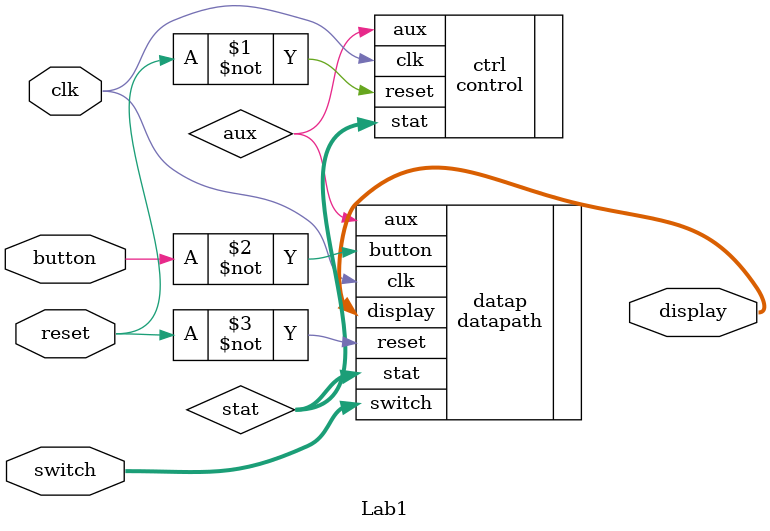
<source format=sv>
module Lab1 (
	input clk,
	input logic signed [7:0] switch,
	input logic reset,
	input logic button,
	output logic [34:0] display
);

	//Signals
	logic aux;
	logic [2:0] stat;
	
	//Instantiate modules
	control ctrl (.aux(aux), .reset(~reset), .clk(clk), .stat(stat));
	datapath datap (.clk(clk), .stat(stat), .switch(switch), .button(~button), .reset(~reset), .aux(aux), .display(display));
	
endmodule
</source>
